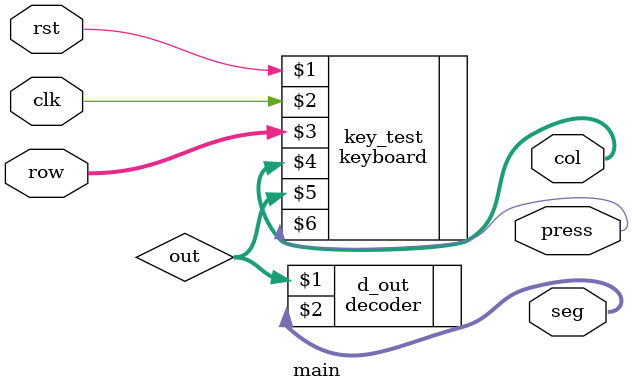
<source format=v>
module main(clk,rst,row, col,seg, press);

	input clk;//clock
	input rst;//reset
	input[3:0] row;//存row input值 
	output[3:0] col;//存column output值
	output[0:7] seg;//存輸出的seg
	output press;//press事件
	
	wire[3:0] out;
	//呼叫各func
	keyboard key_test(rst,clk,row,col,out,press);
	decoder d_out(out,seg);
endmodule 

</source>
